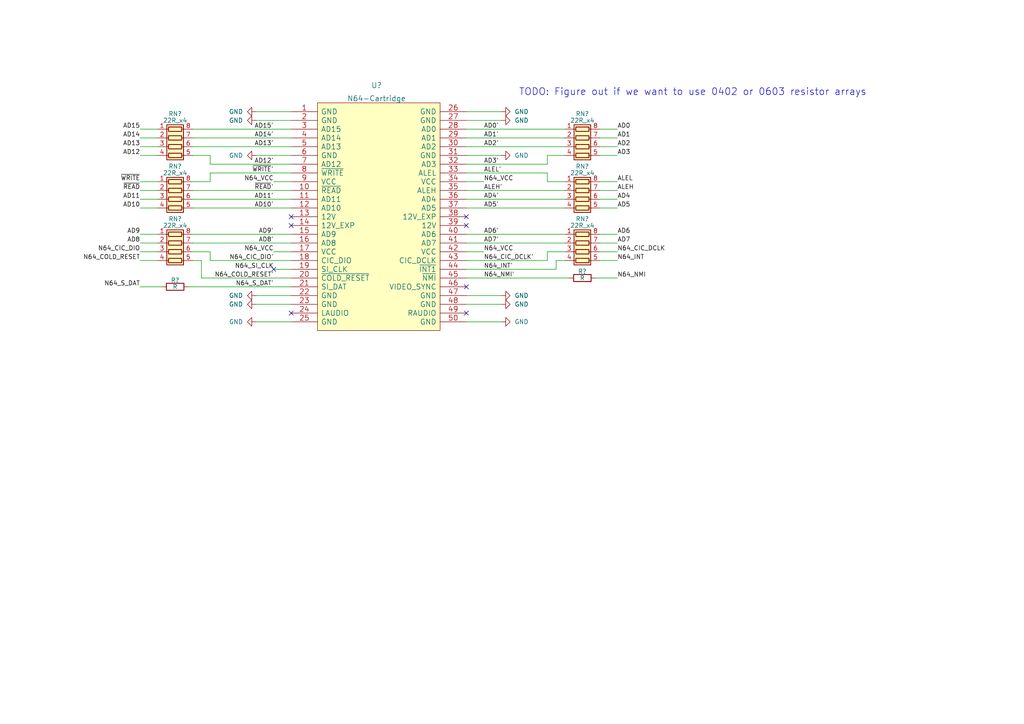
<source format=kicad_sch>
(kicad_sch (version 20211123) (generator eeschema)
  (paper "A4")
  (lib_symbols
    (symbol "Device:R" (pin_numbers hide) (pin_names (offset 0))
      (property "Reference" "R" (at 2.032 0 90))
      (property "Value" "R" (at 0 0 90))
      (symbol "R_0_1"
        (rectangle (start -1.016 -2.54) (end 1.016 2.54) (stroke (width 0.254)))
      )
      (symbol "R_1_1"
        (pin passive line (at 0 3.81 270) (length 1.27) (name "~") (number "1"))
        (pin passive line (at 0 -3.81 90) (length 1.27) (name "~") (number "2"))
      )
    )
    (symbol "Device:R_Pack04" (pin_names (offset 0) hide)
      (property "Reference" "RN" (at -7.62 0 90))
      (property "Value" "R_Pack04" (at 5.08 0 90))
      (symbol "R_Pack04_0_1"
        (rectangle (start -6.35 -2.413) (end 3.81 2.413) (stroke (width 0.254)) (fill (type background)))
        (rectangle (start -5.715 1.905) (end -4.445 -1.905) (stroke (width 0.254)))
        (rectangle (start -3.175 1.905) (end -1.905 -1.905) (stroke (width 0.254)))
        (rectangle (start -0.635 1.905) (end 0.635 -1.905) (stroke (width 0.254)))
        (polyline (pts (xy -5.08 -2.54) (xy -5.08 -1.905)))
        (polyline (pts (xy -5.08 1.905) (xy -5.08 2.54)))
        (polyline (pts (xy -2.54 -2.54) (xy -2.54 -1.905)))
        (polyline (pts (xy -2.54 1.905) (xy -2.54 2.54)))
        (polyline (pts (xy 0 -2.54) (xy 0 -1.905)))
        (polyline (pts (xy 0 1.905) (xy 0 2.54)))
        (polyline (pts (xy 2.54 -2.54) (xy 2.54 -1.905)))
        (polyline (pts (xy 2.54 1.905) (xy 2.54 2.54)))
        (rectangle (start 1.905 1.905) (end 3.175 -1.905) (stroke (width 0.254)))
      )
      (symbol "R_Pack04_1_1"
        (pin passive line (at -5.08 -5.08 90) (length 2.54) (name "R1.1") (number "1"))
        (pin passive line (at -2.54 -5.08 90) (length 2.54) (name "R2.1") (number "2"))
        (pin passive line (at 0 -5.08 90) (length 2.54) (name "R3.1") (number "3"))
        (pin passive line (at 2.54 -5.08 90) (length 2.54) (name "R4.1") (number "4"))
        (pin passive line (at 2.54 5.08 270) (length 2.54) (name "R4.2") (number "5"))
        (pin passive line (at 0 5.08 270) (length 2.54) (name "R3.2") (number "6"))
        (pin passive line (at -2.54 5.08 270) (length 2.54) (name "R2.2") (number "7"))
        (pin passive line (at -5.08 5.08 270) (length 2.54) (name "R1.2") (number "8"))
      )
    )
    (symbol "n64-cartridge:N64-Cartridge" (pin_names (offset 1.016))
      (property "Reference" "U?" (at -0.635 38.1 0))
      (property "Value" "N64-Cartridge" (at -0.635 34.29 0))
      (symbol "N64-Cartridge_0_1"
        (rectangle (start -17.78 33.02) (end 17.78 -33.02) (fill (type background)))
      )
      (symbol "N64-Cartridge_1_1"
        (pin passive line (at -25.4 30.48 0) (length 7.62) (name "GND") (number "1"))
        (pin passive line (at -25.4 7.62 0) (length 7.62) (name "~{READ}") (number "10"))
        (pin passive line (at -25.4 5.08 0) (length 7.62) (name "AD11") (number "11"))
        (pin passive line (at -25.4 2.54 0) (length 7.62) (name "AD10") (number "12"))
        (pin passive line (at -25.4 0 0) (length 7.62) (name "12V") (number "13"))
        (pin passive line (at -25.4 -2.54 0) (length 7.62) (name "12V_EXP") (number "14"))
        (pin passive line (at -25.4 -5.08 0) (length 7.62) (name "AD9") (number "15"))
        (pin passive line (at -25.4 -7.62 0) (length 7.62) (name "AD8") (number "16"))
        (pin passive line (at -25.4 -10.16 0) (length 7.62) (name "VCC") (number "17"))
        (pin passive line (at -25.4 -12.7 0) (length 7.62) (name "CIC_DIO") (number "18"))
        (pin passive line (at -25.4 -15.24 0) (length 7.62) (name "SI_CLK") (number "19"))
        (pin passive line (at -25.4 27.94 0) (length 7.62) (name "GND") (number "2"))
        (pin passive line (at -25.4 -17.78 0) (length 7.62) (name "~{COLD_RESET}") (number "20"))
        (pin passive line (at -25.4 -20.32 0) (length 7.62) (name "SI_DAT") (number "21"))
        (pin passive line (at -25.4 -22.86 0) (length 7.62) (name "GND") (number "22"))
        (pin passive line (at -25.4 -25.4 0) (length 7.62) (name "GND") (number "23"))
        (pin passive line (at -25.4 -27.94 0) (length 7.62) (name "LAUDIO") (number "24"))
        (pin passive line (at -25.4 -30.48 0) (length 7.62) (name "GND") (number "25"))
        (pin passive line (at 25.4 30.48 180) (length 7.62) (name "GND") (number "26"))
        (pin passive line (at 25.4 27.94 180) (length 7.62) (name "GND") (number "27"))
        (pin passive line (at 25.4 25.4 180) (length 7.62) (name "AD0") (number "28"))
        (pin passive line (at 25.4 22.86 180) (length 7.62) (name "AD1") (number "29"))
        (pin passive line (at -25.4 25.4 0) (length 7.62) (name "AD15") (number "3"))
        (pin passive line (at 25.4 20.32 180) (length 7.62) (name "AD2") (number "30"))
        (pin passive line (at 25.4 17.78 180) (length 7.62) (name "GND") (number "31"))
        (pin passive line (at 25.4 15.24 180) (length 7.62) (name "AD3") (number "32"))
        (pin passive line (at 25.4 12.7 180) (length 7.62) (name "ALEL") (number "33"))
        (pin passive line (at 25.4 10.16 180) (length 7.62) (name "VCC") (number "34"))
        (pin passive line (at 25.4 7.62 180) (length 7.62) (name "ALEH") (number "35"))
        (pin passive line (at 25.4 5.08 180) (length 7.62) (name "AD4") (number "36"))
        (pin passive line (at 25.4 2.54 180) (length 7.62) (name "AD5") (number "37"))
        (pin passive line (at 25.4 0 180) (length 7.62) (name "12V_EXP") (number "38"))
        (pin passive line (at 25.4 -2.54 180) (length 7.62) (name "12V") (number "39"))
        (pin passive line (at -25.4 22.86 0) (length 7.62) (name "AD14") (number "4"))
        (pin passive line (at 25.4 -5.08 180) (length 7.62) (name "AD6") (number "40"))
        (pin passive line (at 25.4 -7.62 180) (length 7.62) (name "AD7") (number "41"))
        (pin passive line (at 25.4 -10.16 180) (length 7.62) (name "VCC") (number "42"))
        (pin passive line (at 25.4 -12.7 180) (length 7.62) (name "CIC_DCLK") (number "43"))
        (pin passive line (at 25.4 -15.24 180) (length 7.62) (name "~{INT1}") (number "44"))
        (pin passive line (at 25.4 -17.78 180) (length 7.62) (name "~{NMI}") (number "45"))
        (pin passive line (at 25.4 -20.32 180) (length 7.62) (name "VIDEO_SYNC") (number "46"))
        (pin passive line (at 25.4 -22.86 180) (length 7.62) (name "GND") (number "47"))
        (pin passive line (at 25.4 -25.4 180) (length 7.62) (name "GND") (number "48"))
        (pin passive line (at 25.4 -27.94 180) (length 7.62) (name "RAUDIO") (number "49"))
        (pin passive line (at -25.4 20.32 0) (length 7.62) (name "AD13") (number "5"))
        (pin passive line (at 25.4 -30.48 180) (length 7.62) (name "GND") (number "50"))
        (pin passive line (at -25.4 17.78 0) (length 7.62) (name "GND") (number "6"))
        (pin passive line (at -25.4 15.24 0) (length 7.62) (name "AD12") (number "7"))
        (pin passive line (at -25.4 12.7 0) (length 7.62) (name "~{WRITE}") (number "8"))
        (pin passive line (at -25.4 10.16 0) (length 7.62) (name "VCC") (number "9"))
      )
    )
    (symbol "power:GND" (power) (pin_names (offset 0))
      (property "Value" "GND" (at 0 -3.81 0))
      (symbol "GND_0_1"
        (polyline (pts (xy 0 0) (xy 0 -1.27) (xy 1.27 -1.27) (xy 0 -2.54) (xy -1.27 -1.27) (xy 0 -1.27)))
      )
      (symbol "GND_1_1"
        (pin power_in line (at 0 0 270) (length 0) hide (name "GND") (number "1"))
      )
    )
  )
  (no_connect (at 135.255 62.865))
  (no_connect (at 79.375 78.105))
  (no_connect (at 84.455 90.805))
  (no_connect (at 84.455 62.865))
  (no_connect (at 135.255 90.805))
  (no_connect (at 84.455 65.405))
  (no_connect (at 135.255 83.185))
  (no_connect (at 135.255 65.405))
  (wire (pts (xy 60.96 47.625) (xy 84.455 47.625)))
  (wire (pts (xy 55.88 57.785) (xy 84.455 57.785)))
  (wire (pts (xy 55.88 40.005) (xy 84.455 40.005)))
  (wire (pts (xy 135.255 60.325) (xy 163.83 60.325)))
  (wire (pts (xy 135.255 40.005) (xy 163.83 40.005)))
  (wire (pts (xy 158.75 52.705) (xy 163.83 52.705)))
  (wire (pts (xy 60.96 52.705) (xy 60.96 50.165)))
  (wire (pts (xy 173.99 75.565) (xy 179.07 75.565)))
  (wire (pts (xy 40.64 60.325) (xy 45.72 60.325)))
  (wire (pts (xy 74.295 93.345) (xy 84.455 93.345)))
  (wire (pts (xy 161.29 78.105) (xy 161.29 75.565)))
  (wire (pts (xy 135.255 78.105) (xy 161.29 78.105)))
  (wire (pts (xy 40.64 67.945) (xy 45.72 67.945)))
  (wire (pts (xy 40.64 55.245) (xy 45.72 55.245)))
  (wire (pts (xy 40.64 73.025) (xy 45.72 73.025)))
  (wire (pts (xy 60.96 75.565) (xy 60.96 73.025)))
  (wire (pts (xy 60.96 45.085) (xy 55.88 45.085)))
  (wire (pts (xy 135.255 73.025) (xy 140.335 73.025)))
  (wire (pts (xy 40.64 45.085) (xy 45.72 45.085)))
  (wire (pts (xy 60.96 75.565) (xy 84.455 75.565)))
  (wire (pts (xy 54.61 83.185) (xy 84.455 83.185)))
  (wire (pts (xy 172.72 80.645) (xy 179.07 80.645)))
  (wire (pts (xy 55.88 67.945) (xy 84.455 67.945)))
  (wire (pts (xy 173.99 45.085) (xy 179.07 45.085)))
  (wire (pts (xy 74.295 45.085) (xy 84.455 45.085)))
  (wire (pts (xy 135.255 55.245) (xy 163.83 55.245)))
  (wire (pts (xy 40.64 57.785) (xy 45.72 57.785)))
  (wire (pts (xy 74.295 34.925) (xy 84.455 34.925)))
  (wire (pts (xy 135.255 45.085) (xy 145.415 45.085)))
  (wire (pts (xy 173.99 67.945) (xy 179.07 67.945)))
  (wire (pts (xy 60.96 47.625) (xy 60.96 45.085)))
  (wire (pts (xy 60.96 73.025) (xy 55.88 73.025)))
  (wire (pts (xy 40.64 37.465) (xy 45.72 37.465)))
  (wire (pts (xy 79.375 78.105) (xy 84.455 78.105)))
  (wire (pts (xy 135.255 34.925) (xy 145.415 34.925)))
  (wire (pts (xy 173.99 55.245) (xy 179.07 55.245)))
  (wire (pts (xy 135.255 47.625) (xy 158.75 47.625)))
  (wire (pts (xy 55.88 60.325) (xy 84.455 60.325)))
  (wire (pts (xy 135.255 57.785) (xy 163.83 57.785)))
  (wire (pts (xy 158.75 75.565) (xy 158.75 73.025)))
  (wire (pts (xy 74.295 32.385) (xy 84.455 32.385)))
  (wire (pts (xy 40.64 75.565) (xy 45.72 75.565)))
  (wire (pts (xy 55.88 42.545) (xy 84.455 42.545)))
  (wire (pts (xy 58.42 80.645) (xy 84.455 80.645)))
  (wire (pts (xy 135.255 88.265) (xy 145.415 88.265)))
  (wire (pts (xy 135.255 85.725) (xy 145.415 85.725)))
  (wire (pts (xy 173.99 73.025) (xy 179.07 73.025)))
  (wire (pts (xy 158.75 45.085) (xy 163.83 45.085)))
  (wire (pts (xy 79.375 73.025) (xy 84.455 73.025)))
  (wire (pts (xy 173.99 40.005) (xy 179.07 40.005)))
  (wire (pts (xy 55.88 52.705) (xy 60.96 52.705)))
  (wire (pts (xy 173.99 52.705) (xy 179.07 52.705)))
  (wire (pts (xy 74.295 88.265) (xy 84.455 88.265)))
  (wire (pts (xy 135.255 42.545) (xy 163.83 42.545)))
  (wire (pts (xy 55.88 70.485) (xy 84.455 70.485)))
  (wire (pts (xy 79.375 52.705) (xy 84.455 52.705)))
  (wire (pts (xy 135.255 67.945) (xy 163.83 67.945)))
  (wire (pts (xy 135.255 93.345) (xy 145.415 93.345)))
  (wire (pts (xy 58.42 75.565) (xy 58.42 80.645)))
  (wire (pts (xy 158.75 73.025) (xy 163.83 73.025)))
  (wire (pts (xy 135.255 52.705) (xy 140.335 52.705)))
  (wire (pts (xy 60.96 50.165) (xy 84.455 50.165)))
  (wire (pts (xy 173.99 37.465) (xy 179.07 37.465)))
  (wire (pts (xy 161.29 75.565) (xy 163.83 75.565)))
  (wire (pts (xy 158.75 47.625) (xy 158.75 45.085)))
  (wire (pts (xy 135.255 50.165) (xy 158.75 50.165)))
  (wire (pts (xy 135.255 80.645) (xy 165.1 80.645)))
  (wire (pts (xy 135.255 70.485) (xy 163.83 70.485)))
  (wire (pts (xy 173.99 70.485) (xy 179.07 70.485)))
  (wire (pts (xy 40.64 52.705) (xy 45.72 52.705)))
  (wire (pts (xy 135.255 37.465) (xy 163.83 37.465)))
  (wire (pts (xy 55.88 75.565) (xy 58.42 75.565)))
  (wire (pts (xy 173.99 57.785) (xy 179.07 57.785)))
  (wire (pts (xy 74.295 85.725) (xy 84.455 85.725)))
  (wire (pts (xy 135.255 75.565) (xy 158.75 75.565)))
  (wire (pts (xy 40.64 70.485) (xy 45.72 70.485)))
  (wire (pts (xy 55.88 37.465) (xy 84.455 37.465)))
  (wire (pts (xy 40.64 40.005) (xy 45.72 40.005)))
  (wire (pts (xy 173.99 42.545) (xy 179.07 42.545)))
  (wire (pts (xy 55.88 55.245) (xy 84.455 55.245)))
  (wire (pts (xy 40.64 42.545) (xy 45.72 42.545)))
  (wire (pts (xy 173.99 60.325) (xy 179.07 60.325)))
  (wire (pts (xy 135.255 32.385) (xy 145.415 32.385)))
  (wire (pts (xy 40.64 83.185) (xy 46.99 83.185)))
  (wire (pts (xy 158.75 50.165) (xy 158.75 52.705)))
  (text "TODO: Figure out if we want to use 0402 or 0603 resistor arrays" (at 150.495 27.94 0) (effects (font (size 2 2)) (justify left bottom)))
  (label "ALEL'" (at 140.335 50.165 0))
  (label "AD12" (at 40.64 45.085 180))
  (label "AD13'" (at 79.375 42.545 180))
  (label "N64_NMI'" (at 140.335 80.645 0))
  (label "N64_COLD_RESET" (at 40.64 75.565 180))
  (label "AD3'" (at 140.335 47.625 0))
  (label "AD10" (at 40.64 60.325 180))
  (label "N64_CIC_DIO" (at 40.64 73.025 180))
  (label "~{READ}'" (at 79.375 55.245 180))
  (label "~{WRITE}" (at 40.64 52.705 180))
  (label "AD9" (at 40.64 67.945 180))
  (label "AD1'" (at 140.335 40.005 0))
  (label "N64_INT" (at 179.07 75.565 0))
  (label "AD0" (at 179.07 37.465 0))
  (label "AD3" (at 179.07 45.085 0))
  (label "~{WRITE}'" (at 79.375 50.165 180))
  (label "AD9'" (at 79.375 67.945 180))
  (label "AD5'" (at 140.335 60.325 0))
  (label "N64_CIC_DCLK'" (at 140.335 75.565 0))
  (label "AD13" (at 40.64 42.545 180))
  (label "N64_NMI" (at 179.07 80.645 0))
  (label "AD6" (at 179.07 67.945 0))
  (label "AD10'" (at 79.375 60.325 180))
  (label "N64_VCC" (at 140.335 73.025 0))
  (label "N64_S_DAT'" (at 79.375 83.185 180))
  (label "N64_SI_CLK" (at 79.375 78.105 180))
  (label "N64_VCC" (at 79.375 52.705 180))
  (label "AD14" (at 40.64 40.005 180))
  (label "ALEH" (at 179.07 55.245 0))
  (label "~{READ}" (at 40.64 55.245 180))
  (label "N64_CIC_DIO'" (at 79.375 75.565 180))
  (label "AD7" (at 179.07 70.485 0))
  (label "AD11" (at 40.64 57.785 180))
  (label "AD4" (at 179.07 57.785 0))
  (label "AD7'" (at 140.335 70.485 0))
  (label "AD4'" (at 140.335 57.785 0))
  (label "AD2" (at 179.07 42.545 0))
  (label "AD11'" (at 79.375 57.785 180))
  (label "ALEH'" (at 140.335 55.245 0))
  (label "AD15" (at 40.64 37.465 180))
  (label "AD2'" (at 140.335 42.545 0))
  (label "AD5" (at 179.07 60.325 0))
  (label "N64_COLD_RESET'" (at 79.375 80.645 180))
  (label "N64_VCC" (at 79.375 73.025 180))
  (label "AD14'" (at 79.375 40.005 180))
  (label "ALEL" (at 179.07 52.705 0))
  (label "AD15'" (at 79.375 37.465 180))
  (label "N64_CIC_DCLK" (at 179.07 73.025 0))
  (label "AD1" (at 179.07 40.005 0))
  (label "AD8'" (at 79.375 70.485 180))
  (label "AD0'" (at 140.335 37.465 0))
  (label "N64_VCC" (at 140.335 52.705 0))
  (label "AD12'" (at 79.375 47.625 180))
  (label "N64_S_DAT" (at 40.64 83.185 180))
  (label "N64_INT'" (at 140.335 78.105 0))
  (label "AD8" (at 40.64 70.485 180))
  (label "AD6'" (at 140.335 67.945 0))
  (symbol (lib_id "power:GND") (at 145.415 45.085 90) (unit 1)
    (property "Reference" "#PWR?" (effects hide))
    (property "Value" "GND" (at 149.225 45.0849 90) (effects (justify right)))
  )
  (symbol (lib_id "Device:R_Pack04") (at 168.91 57.785 270) (unit 1)
    (property "Reference" "RN?" (at 168.91 48.26 90))
    (property "Value" "22R_x4" (at 168.91 50.165 90))
    (property "Footprint" "Resistor_SMD:R_Array_Convex_4x0603" (effects hide))
    (property "LSCC" "C309446" (effects hide))
  )
  (symbol (lib_id "power:GND") (at 74.295 32.385 270) (unit 1)
    (property "Reference" "#PWR?" (effects hide))
    (property "Value" "GND" (at 70.485 32.3849 90) (effects (justify right)))
  )
  (symbol (lib_id "n64-cartridge:N64-Cartridge") (at 109.855 62.865 0) (unit 1)
    (property "Reference" "U?" (at 109.22 24.765 0) (effects (font (size 1.524 1.524))))
    (property "Value" "N64-Cartridge" (at 109.22 28.575 0) (effects (font (size 1.524 1.524))))
    (property "Footprint" "picocart64:N64-Connector" (effects hide))
  )
  (symbol (lib_id "Device:R_Pack04") (at 168.91 73.025 270) (unit 1)
    (property "Reference" "RN?" (at 168.91 63.5 90))
    (property "Value" "22R_x4" (at 168.91 65.405 90))
    (property "Footprint" "Resistor_SMD:R_Array_Convex_4x0603" (effects hide))
    (property "LSCC" "C309446" (effects hide))
  )
  (symbol (lib_id "power:GND") (at 145.415 34.925 90) (unit 1)
    (property "Reference" "#PWR?" (effects hide))
    (property "Value" "GND" (at 149.225 34.9249 90) (effects (justify right)))
  )
  (symbol (lib_id "power:GND") (at 145.415 85.725 90) (unit 1)
    (property "Reference" "#PWR?" (effects hide))
    (property "Value" "GND" (at 149.225 85.7249 90) (effects (justify right)))
  )
  (symbol (lib_id "Device:R_Pack04") (at 50.8 42.545 270) (unit 1)
    (property "Reference" "RN?" (at 50.8 33.02 90))
    (property "Value" "22R_x4" (at 50.8 34.925 90))
    (property "Footprint" "Resistor_SMD:R_Array_Convex_4x0603" (effects hide))
    (property "LSCC" "C309446" (effects hide))
  )
  (symbol (lib_id "Device:R_Pack04") (at 50.8 57.785 270) (unit 1)
    (property "Reference" "RN?" (at 50.8 48.26 90))
    (property "Value" "22R_x4" (at 50.8 50.165 90))
    (property "Footprint" "Resistor_SMD:R_Array_Convex_4x0603" (effects hide))
    (property "LSCC" "C309446" (effects hide))
  )
  (symbol (lib_id "Device:R_Pack04") (at 168.91 42.545 270) (unit 1)
    (property "Reference" "RN?" (at 168.91 33.02 90))
    (property "Value" "22R_x4" (at 168.91 34.925 90))
    (property "Footprint" "Resistor_SMD:R_Array_Convex_4x0603" (effects hide))
    (property "LSCC" "C309446" (effects hide))
  )
  (symbol (lib_id "power:GND") (at 74.295 85.725 270) (unit 1)
    (property "Reference" "#PWR?" (effects hide))
    (property "Value" "GND" (at 70.485 85.7249 90) (effects (justify right)))
  )
  (symbol (lib_id "power:GND") (at 145.415 88.265 90) (unit 1)
    (property "Reference" "#PWR?" (effects hide))
    (property "Value" "GND" (at 149.225 88.2649 90) (effects (justify right)))
  )
  (symbol (lib_id "power:GND") (at 74.295 45.085 270) (unit 1)
    (property "Reference" "#PWR?" (effects hide))
    (property "Value" "GND" (at 70.485 45.0849 90) (effects (justify right)))
  )
  (symbol (lib_id "power:GND") (at 74.295 93.345 270) (unit 1)
    (property "Reference" "#PWR?" (effects hide))
    (property "Value" "GND" (at 70.485 93.3449 90) (effects (justify right)))
  )
  (symbol (lib_id "power:GND") (at 74.295 34.925 270) (unit 1)
    (property "Reference" "#PWR?" (effects hide))
    (property "Value" "GND" (at 70.485 34.9249 90) (effects (justify right)))
  )
  (symbol (lib_id "Device:R_Pack04") (at 50.8 73.025 270) (unit 1)
    (property "Reference" "RN?" (at 50.8 63.5 90))
    (property "Value" "22R_x4" (at 50.8 65.405 90))
    (property "Footprint" "Resistor_SMD:R_Array_Convex_4x0603" (effects hide))
    (property "LSCC" "C309446" (effects hide))
  )
  (symbol (lib_id "Device:R") (at 50.8 83.185 90) (unit 1)
    (property "Reference" "R?" (at 50.8 81.28 90))
    (property "Value" "R" (at 50.8 83.185 90))
  )
  (symbol (lib_id "power:GND") (at 74.295 88.265 270) (unit 1)
    (property "Reference" "#PWR?" (effects hide))
    (property "Value" "GND" (at 70.485 88.2649 90) (effects (justify right)))
  )
  (symbol (lib_id "power:GND") (at 145.415 93.345 90) (unit 1)
    (property "Reference" "#PWR?" (effects hide))
    (property "Value" "GND" (at 149.225 93.3449 90) (effects (justify right)))
  )
  (symbol (lib_id "power:GND") (at 145.415 32.385 90) (unit 1)
    (property "Reference" "#PWR?" (effects hide))
    (property "Value" "GND" (at 149.225 32.3849 90) (effects (justify right)))
  )
  (symbol (lib_id "Device:R") (at 168.91 80.645 90) (unit 1)
    (property "Reference" "R?" (at 168.91 78.74 90))
    (property "Value" "R" (at 168.91 80.645 90))
  )
)
</source>
